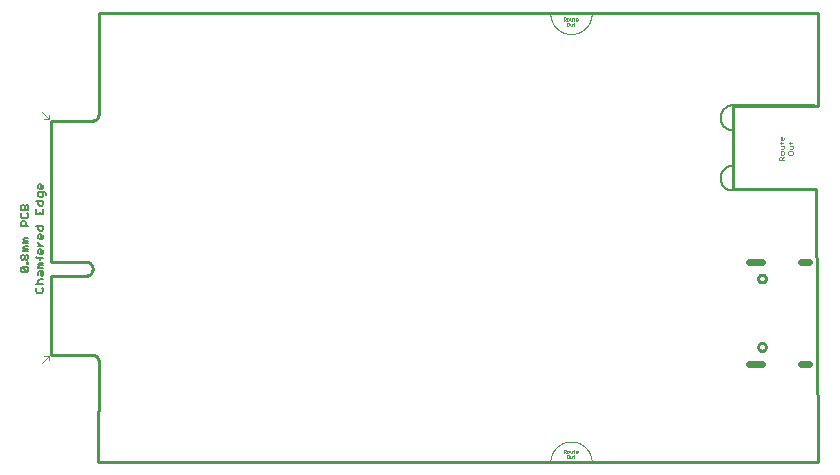
<source format=gko>
G04 EAGLE Gerber RS-274X export*
G75*
%MOMM*%
%FSLAX34Y34*%
%LPD*%
%IN*%
%IPPOS*%
%AMOC8*
5,1,8,0,0,1.08239X$1,22.5*%
G01*
%ADD10C,0.203200*%
%ADD11C,0.000000*%
%ADD12C,0.600000*%
%ADD13C,0.152400*%
%ADD14C,0.076200*%
%ADD15C,0.127000*%
%ADD16C,0.101600*%
%ADD17C,0.050800*%
%ADD18C,0.025400*%
%ADD19C,0.254000*%


D10*
X0Y91250D02*
X0Y158250D01*
X0Y170250D02*
X0Y289750D01*
X35000Y289750D01*
X35000Y91250D02*
X0Y91250D01*
X35000Y91250D02*
X35140Y91246D01*
X35280Y91237D01*
X35420Y91225D01*
X35559Y91209D01*
X35698Y91189D01*
X35836Y91166D01*
X35974Y91138D01*
X36110Y91107D01*
X36246Y91072D01*
X36381Y91033D01*
X36515Y90991D01*
X36647Y90945D01*
X36778Y90895D01*
X36908Y90842D01*
X37036Y90785D01*
X37163Y90725D01*
X37288Y90662D01*
X37411Y90594D01*
X37532Y90524D01*
X37651Y90450D01*
X37769Y90373D01*
X37884Y90293D01*
X37996Y90210D01*
X38107Y90123D01*
X38215Y90034D01*
X38320Y89942D01*
X38423Y89847D01*
X38524Y89749D01*
X38621Y89648D01*
X38716Y89545D01*
X38808Y89439D01*
X38897Y89330D01*
X38983Y89220D01*
X39066Y89107D01*
X39146Y88991D01*
X39222Y88874D01*
X39296Y88754D01*
X39366Y88633D01*
X39432Y88509D01*
X39495Y88384D01*
X39555Y88257D01*
X39611Y88129D01*
X39664Y87999D01*
X39713Y87868D01*
X39759Y87735D01*
X39801Y87601D01*
X39839Y87466D01*
X39873Y87330D01*
X39904Y87194D01*
X39931Y87056D01*
X39954Y86918D01*
X39973Y86779D01*
X39989Y86639D01*
X40001Y86500D01*
X35000Y289750D02*
X35142Y289756D01*
X35285Y289766D01*
X35426Y289780D01*
X35568Y289798D01*
X35709Y289819D01*
X35849Y289845D01*
X35988Y289874D01*
X36127Y289907D01*
X36264Y289944D01*
X36401Y289985D01*
X36536Y290030D01*
X36670Y290078D01*
X36803Y290130D01*
X36934Y290186D01*
X37064Y290245D01*
X37192Y290308D01*
X37318Y290374D01*
X37442Y290444D01*
X37564Y290517D01*
X37684Y290593D01*
X37802Y290673D01*
X37918Y290756D01*
X38032Y290842D01*
X38143Y290931D01*
X38251Y291024D01*
X38357Y291119D01*
X38461Y291217D01*
X38561Y291318D01*
X38659Y291422D01*
X38754Y291528D01*
X38846Y291637D01*
X38934Y291748D01*
X39020Y291862D01*
X39103Y291978D01*
X39182Y292097D01*
X39258Y292217D01*
X39331Y292340D01*
X39400Y292464D01*
X39466Y292591D01*
X39528Y292719D01*
X39587Y292849D01*
X39642Y292980D01*
X39693Y293113D01*
X39741Y293247D01*
X39785Y293383D01*
X39825Y293519D01*
X39862Y293657D01*
X39894Y293796D01*
X39923Y293935D01*
X39948Y294076D01*
X39969Y294216D01*
X39986Y294358D01*
X40000Y294500D01*
X29000Y158250D02*
X0Y158250D01*
X0Y170250D02*
X29000Y170250D01*
X29153Y170248D01*
X29306Y170242D01*
X29459Y170232D01*
X29612Y170219D01*
X29764Y170201D01*
X29916Y170180D01*
X30067Y170154D01*
X30217Y170125D01*
X30367Y170092D01*
X30516Y170055D01*
X30664Y170015D01*
X30810Y169970D01*
X30956Y169922D01*
X31100Y169870D01*
X31243Y169815D01*
X31384Y169756D01*
X31524Y169693D01*
X31662Y169627D01*
X31799Y169557D01*
X31933Y169484D01*
X32066Y169407D01*
X32197Y169327D01*
X32325Y169244D01*
X32452Y169158D01*
X32576Y169068D01*
X32698Y168975D01*
X32817Y168879D01*
X32934Y168780D01*
X33049Y168678D01*
X33161Y168573D01*
X33270Y168465D01*
X33376Y168355D01*
X33479Y168242D01*
X33580Y168126D01*
X33677Y168008D01*
X33772Y167887D01*
X33863Y167764D01*
X33951Y167639D01*
X34036Y167511D01*
X34118Y167382D01*
X34196Y167250D01*
X34271Y167116D01*
X34343Y166981D01*
X34411Y166843D01*
X34475Y166704D01*
X34536Y166564D01*
X34593Y166422D01*
X34647Y166278D01*
X34697Y166133D01*
X34743Y165987D01*
X34786Y165840D01*
X34824Y165692D01*
X34859Y165542D01*
X34890Y165392D01*
X34918Y165242D01*
X34941Y165090D01*
X34960Y164938D01*
X34976Y164786D01*
X34988Y164633D01*
X34996Y164480D01*
X35000Y164327D01*
X35000Y164173D01*
X34996Y164020D01*
X34988Y163867D01*
X34976Y163714D01*
X34960Y163562D01*
X34941Y163410D01*
X34918Y163258D01*
X34890Y163108D01*
X34859Y162958D01*
X34824Y162808D01*
X34786Y162660D01*
X34743Y162513D01*
X34697Y162367D01*
X34647Y162222D01*
X34593Y162078D01*
X34536Y161936D01*
X34475Y161796D01*
X34411Y161657D01*
X34343Y161519D01*
X34271Y161384D01*
X34196Y161250D01*
X34118Y161118D01*
X34036Y160989D01*
X33951Y160861D01*
X33863Y160736D01*
X33772Y160613D01*
X33677Y160492D01*
X33580Y160374D01*
X33479Y160258D01*
X33376Y160145D01*
X33270Y160035D01*
X33161Y159927D01*
X33049Y159822D01*
X32934Y159720D01*
X32817Y159621D01*
X32698Y159525D01*
X32576Y159432D01*
X32452Y159342D01*
X32325Y159256D01*
X32197Y159173D01*
X32066Y159093D01*
X31933Y159016D01*
X31799Y158943D01*
X31662Y158873D01*
X31524Y158807D01*
X31384Y158744D01*
X31243Y158685D01*
X31100Y158630D01*
X30956Y158578D01*
X30810Y158530D01*
X30664Y158485D01*
X30516Y158445D01*
X30367Y158408D01*
X30217Y158375D01*
X30067Y158346D01*
X29916Y158320D01*
X29764Y158299D01*
X29612Y158281D01*
X29459Y158268D01*
X29306Y158258D01*
X29153Y158252D01*
X29000Y158250D01*
X40000Y294500D02*
X40000Y381000D01*
X649478Y381000D01*
X40000Y86500D02*
X39746Y508D01*
X649224Y508D01*
X649478Y302260D02*
X577088Y302260D01*
X577088Y231394D01*
X647700Y231394D01*
X649478Y302260D02*
X649478Y381000D01*
X647700Y231394D02*
X649224Y508D01*
D11*
X598448Y98100D02*
X598450Y98213D01*
X598456Y98327D01*
X598466Y98440D01*
X598480Y98552D01*
X598497Y98664D01*
X598519Y98776D01*
X598545Y98886D01*
X598574Y98996D01*
X598607Y99104D01*
X598644Y99212D01*
X598685Y99317D01*
X598729Y99422D01*
X598777Y99525D01*
X598828Y99626D01*
X598883Y99725D01*
X598942Y99822D01*
X599004Y99917D01*
X599069Y100010D01*
X599137Y100101D01*
X599208Y100189D01*
X599283Y100275D01*
X599360Y100358D01*
X599440Y100438D01*
X599523Y100515D01*
X599609Y100590D01*
X599697Y100661D01*
X599788Y100729D01*
X599881Y100794D01*
X599976Y100856D01*
X600073Y100915D01*
X600172Y100970D01*
X600273Y101021D01*
X600376Y101069D01*
X600481Y101113D01*
X600586Y101154D01*
X600694Y101191D01*
X600802Y101224D01*
X600912Y101253D01*
X601022Y101279D01*
X601134Y101301D01*
X601246Y101318D01*
X601358Y101332D01*
X601471Y101342D01*
X601585Y101348D01*
X601698Y101350D01*
X601811Y101348D01*
X601925Y101342D01*
X602038Y101332D01*
X602150Y101318D01*
X602262Y101301D01*
X602374Y101279D01*
X602484Y101253D01*
X602594Y101224D01*
X602702Y101191D01*
X602810Y101154D01*
X602915Y101113D01*
X603020Y101069D01*
X603123Y101021D01*
X603224Y100970D01*
X603323Y100915D01*
X603420Y100856D01*
X603515Y100794D01*
X603608Y100729D01*
X603699Y100661D01*
X603787Y100590D01*
X603873Y100515D01*
X603956Y100438D01*
X604036Y100358D01*
X604113Y100275D01*
X604188Y100189D01*
X604259Y100101D01*
X604327Y100010D01*
X604392Y99917D01*
X604454Y99822D01*
X604513Y99725D01*
X604568Y99626D01*
X604619Y99525D01*
X604667Y99422D01*
X604711Y99317D01*
X604752Y99212D01*
X604789Y99104D01*
X604822Y98996D01*
X604851Y98886D01*
X604877Y98776D01*
X604899Y98664D01*
X604916Y98552D01*
X604930Y98440D01*
X604940Y98327D01*
X604946Y98213D01*
X604948Y98100D01*
X604946Y97987D01*
X604940Y97873D01*
X604930Y97760D01*
X604916Y97648D01*
X604899Y97536D01*
X604877Y97424D01*
X604851Y97314D01*
X604822Y97204D01*
X604789Y97096D01*
X604752Y96988D01*
X604711Y96883D01*
X604667Y96778D01*
X604619Y96675D01*
X604568Y96574D01*
X604513Y96475D01*
X604454Y96378D01*
X604392Y96283D01*
X604327Y96190D01*
X604259Y96099D01*
X604188Y96011D01*
X604113Y95925D01*
X604036Y95842D01*
X603956Y95762D01*
X603873Y95685D01*
X603787Y95610D01*
X603699Y95539D01*
X603608Y95471D01*
X603515Y95406D01*
X603420Y95344D01*
X603323Y95285D01*
X603224Y95230D01*
X603123Y95179D01*
X603020Y95131D01*
X602915Y95087D01*
X602810Y95046D01*
X602702Y95009D01*
X602594Y94976D01*
X602484Y94947D01*
X602374Y94921D01*
X602262Y94899D01*
X602150Y94882D01*
X602038Y94868D01*
X601925Y94858D01*
X601811Y94852D01*
X601698Y94850D01*
X601585Y94852D01*
X601471Y94858D01*
X601358Y94868D01*
X601246Y94882D01*
X601134Y94899D01*
X601022Y94921D01*
X600912Y94947D01*
X600802Y94976D01*
X600694Y95009D01*
X600586Y95046D01*
X600481Y95087D01*
X600376Y95131D01*
X600273Y95179D01*
X600172Y95230D01*
X600073Y95285D01*
X599976Y95344D01*
X599881Y95406D01*
X599788Y95471D01*
X599697Y95539D01*
X599609Y95610D01*
X599523Y95685D01*
X599440Y95762D01*
X599360Y95842D01*
X599283Y95925D01*
X599208Y96011D01*
X599137Y96099D01*
X599069Y96190D01*
X599004Y96283D01*
X598942Y96378D01*
X598883Y96475D01*
X598828Y96574D01*
X598777Y96675D01*
X598729Y96778D01*
X598685Y96883D01*
X598644Y96988D01*
X598607Y97096D01*
X598574Y97204D01*
X598545Y97314D01*
X598519Y97424D01*
X598497Y97536D01*
X598480Y97648D01*
X598466Y97760D01*
X598456Y97873D01*
X598450Y97987D01*
X598448Y98100D01*
X598448Y155900D02*
X598450Y156013D01*
X598456Y156127D01*
X598466Y156240D01*
X598480Y156352D01*
X598497Y156464D01*
X598519Y156576D01*
X598545Y156686D01*
X598574Y156796D01*
X598607Y156904D01*
X598644Y157012D01*
X598685Y157117D01*
X598729Y157222D01*
X598777Y157325D01*
X598828Y157426D01*
X598883Y157525D01*
X598942Y157622D01*
X599004Y157717D01*
X599069Y157810D01*
X599137Y157901D01*
X599208Y157989D01*
X599283Y158075D01*
X599360Y158158D01*
X599440Y158238D01*
X599523Y158315D01*
X599609Y158390D01*
X599697Y158461D01*
X599788Y158529D01*
X599881Y158594D01*
X599976Y158656D01*
X600073Y158715D01*
X600172Y158770D01*
X600273Y158821D01*
X600376Y158869D01*
X600481Y158913D01*
X600586Y158954D01*
X600694Y158991D01*
X600802Y159024D01*
X600912Y159053D01*
X601022Y159079D01*
X601134Y159101D01*
X601246Y159118D01*
X601358Y159132D01*
X601471Y159142D01*
X601585Y159148D01*
X601698Y159150D01*
X601811Y159148D01*
X601925Y159142D01*
X602038Y159132D01*
X602150Y159118D01*
X602262Y159101D01*
X602374Y159079D01*
X602484Y159053D01*
X602594Y159024D01*
X602702Y158991D01*
X602810Y158954D01*
X602915Y158913D01*
X603020Y158869D01*
X603123Y158821D01*
X603224Y158770D01*
X603323Y158715D01*
X603420Y158656D01*
X603515Y158594D01*
X603608Y158529D01*
X603699Y158461D01*
X603787Y158390D01*
X603873Y158315D01*
X603956Y158238D01*
X604036Y158158D01*
X604113Y158075D01*
X604188Y157989D01*
X604259Y157901D01*
X604327Y157810D01*
X604392Y157717D01*
X604454Y157622D01*
X604513Y157525D01*
X604568Y157426D01*
X604619Y157325D01*
X604667Y157222D01*
X604711Y157117D01*
X604752Y157012D01*
X604789Y156904D01*
X604822Y156796D01*
X604851Y156686D01*
X604877Y156576D01*
X604899Y156464D01*
X604916Y156352D01*
X604930Y156240D01*
X604940Y156127D01*
X604946Y156013D01*
X604948Y155900D01*
X604946Y155787D01*
X604940Y155673D01*
X604930Y155560D01*
X604916Y155448D01*
X604899Y155336D01*
X604877Y155224D01*
X604851Y155114D01*
X604822Y155004D01*
X604789Y154896D01*
X604752Y154788D01*
X604711Y154683D01*
X604667Y154578D01*
X604619Y154475D01*
X604568Y154374D01*
X604513Y154275D01*
X604454Y154178D01*
X604392Y154083D01*
X604327Y153990D01*
X604259Y153899D01*
X604188Y153811D01*
X604113Y153725D01*
X604036Y153642D01*
X603956Y153562D01*
X603873Y153485D01*
X603787Y153410D01*
X603699Y153339D01*
X603608Y153271D01*
X603515Y153206D01*
X603420Y153144D01*
X603323Y153085D01*
X603224Y153030D01*
X603123Y152979D01*
X603020Y152931D01*
X602915Y152887D01*
X602810Y152846D01*
X602702Y152809D01*
X602594Y152776D01*
X602484Y152747D01*
X602374Y152721D01*
X602262Y152699D01*
X602150Y152682D01*
X602038Y152668D01*
X601925Y152658D01*
X601811Y152652D01*
X601698Y152650D01*
X601585Y152652D01*
X601471Y152658D01*
X601358Y152668D01*
X601246Y152682D01*
X601134Y152699D01*
X601022Y152721D01*
X600912Y152747D01*
X600802Y152776D01*
X600694Y152809D01*
X600586Y152846D01*
X600481Y152887D01*
X600376Y152931D01*
X600273Y152979D01*
X600172Y153030D01*
X600073Y153085D01*
X599976Y153144D01*
X599881Y153206D01*
X599788Y153271D01*
X599697Y153339D01*
X599609Y153410D01*
X599523Y153485D01*
X599440Y153562D01*
X599360Y153642D01*
X599283Y153725D01*
X599208Y153811D01*
X599137Y153899D01*
X599069Y153990D01*
X599004Y154083D01*
X598942Y154178D01*
X598883Y154275D01*
X598828Y154374D01*
X598777Y154475D01*
X598729Y154578D01*
X598685Y154683D01*
X598644Y154788D01*
X598607Y154896D01*
X598574Y155004D01*
X598545Y155114D01*
X598519Y155224D01*
X598497Y155336D01*
X598480Y155448D01*
X598466Y155560D01*
X598456Y155673D01*
X598450Y155787D01*
X598448Y155900D01*
D12*
X601898Y83820D02*
X590898Y83820D01*
X590898Y170180D02*
X601898Y170180D01*
X635048Y83820D02*
X641248Y83820D01*
X641248Y170180D02*
X635048Y170180D01*
D13*
X646884Y302700D02*
X576884Y302700D01*
X576642Y302697D01*
X576401Y302688D01*
X576160Y302674D01*
X575919Y302653D01*
X575679Y302627D01*
X575439Y302595D01*
X575200Y302557D01*
X574963Y302514D01*
X574726Y302464D01*
X574491Y302409D01*
X574257Y302349D01*
X574025Y302282D01*
X573794Y302211D01*
X573565Y302133D01*
X573338Y302050D01*
X573113Y301962D01*
X572890Y301868D01*
X572670Y301769D01*
X572452Y301664D01*
X572237Y301555D01*
X572024Y301440D01*
X571814Y301320D01*
X571608Y301195D01*
X571404Y301065D01*
X571203Y300930D01*
X571006Y300790D01*
X570812Y300646D01*
X570622Y300497D01*
X570436Y300343D01*
X570253Y300185D01*
X570074Y300023D01*
X569899Y299856D01*
X569728Y299685D01*
X569561Y299510D01*
X569399Y299331D01*
X569241Y299148D01*
X569087Y298962D01*
X568938Y298772D01*
X568794Y298578D01*
X568654Y298381D01*
X568519Y298180D01*
X568389Y297976D01*
X568264Y297770D01*
X568144Y297560D01*
X568029Y297347D01*
X567920Y297132D01*
X567815Y296914D01*
X567716Y296694D01*
X567622Y296471D01*
X567534Y296246D01*
X567451Y296019D01*
X567373Y295790D01*
X567302Y295559D01*
X567235Y295327D01*
X567175Y295093D01*
X567120Y294858D01*
X567070Y294621D01*
X567027Y294384D01*
X566989Y294145D01*
X566957Y293905D01*
X566931Y293665D01*
X566910Y293424D01*
X566896Y293183D01*
X566887Y292942D01*
X566884Y292700D01*
X566884Y291700D01*
X566887Y291458D01*
X566896Y291217D01*
X566910Y290976D01*
X566931Y290735D01*
X566957Y290495D01*
X566989Y290255D01*
X567027Y290016D01*
X567070Y289779D01*
X567120Y289542D01*
X567175Y289307D01*
X567235Y289073D01*
X567302Y288841D01*
X567373Y288610D01*
X567451Y288381D01*
X567534Y288154D01*
X567622Y287929D01*
X567716Y287706D01*
X567815Y287486D01*
X567920Y287268D01*
X568029Y287053D01*
X568144Y286840D01*
X568264Y286630D01*
X568389Y286424D01*
X568519Y286220D01*
X568654Y286019D01*
X568794Y285822D01*
X568938Y285628D01*
X569087Y285438D01*
X569241Y285252D01*
X569399Y285069D01*
X569561Y284890D01*
X569728Y284715D01*
X569899Y284544D01*
X570074Y284377D01*
X570253Y284215D01*
X570436Y284057D01*
X570622Y283903D01*
X570812Y283754D01*
X571006Y283610D01*
X571203Y283470D01*
X571404Y283335D01*
X571608Y283205D01*
X571814Y283080D01*
X572024Y282960D01*
X572237Y282845D01*
X572452Y282736D01*
X572670Y282631D01*
X572890Y282532D01*
X573113Y282438D01*
X573338Y282350D01*
X573565Y282267D01*
X573794Y282189D01*
X574025Y282118D01*
X574257Y282051D01*
X574491Y281991D01*
X574726Y281936D01*
X574963Y281886D01*
X575200Y281843D01*
X575439Y281805D01*
X575679Y281773D01*
X575919Y281747D01*
X576160Y281726D01*
X576401Y281712D01*
X576642Y281703D01*
X576884Y281700D01*
X576884Y251700D01*
X576884Y230700D02*
X646884Y230700D01*
D14*
X620333Y256339D02*
X616091Y256339D01*
X616091Y258459D01*
X616798Y259166D01*
X618212Y259166D01*
X618919Y258459D01*
X618919Y256339D01*
X618919Y257752D02*
X620333Y259166D01*
X620333Y261649D02*
X620333Y263063D01*
X619626Y263770D01*
X618212Y263770D01*
X617505Y263063D01*
X617505Y261649D01*
X618212Y260942D01*
X619626Y260942D01*
X620333Y261649D01*
X619626Y265546D02*
X617505Y265546D01*
X619626Y265546D02*
X620333Y266253D01*
X620333Y268374D01*
X617505Y268374D01*
X616798Y270857D02*
X619626Y270857D01*
X620333Y271564D01*
X617505Y271564D02*
X617505Y270150D01*
X620333Y273926D02*
X620333Y275340D01*
X620333Y273926D02*
X619626Y273220D01*
X618212Y273220D01*
X617505Y273926D01*
X617505Y275340D01*
X618212Y276047D01*
X618919Y276047D01*
X618919Y273220D01*
X623591Y263063D02*
X623591Y261649D01*
X624298Y260942D01*
X627126Y260942D01*
X627833Y261649D01*
X627833Y263063D01*
X627126Y263770D01*
X624298Y263770D01*
X623591Y263063D01*
X625005Y265546D02*
X627126Y265546D01*
X627833Y266253D01*
X627833Y268374D01*
X625005Y268374D01*
X624298Y270857D02*
X627126Y270857D01*
X627833Y271564D01*
X625005Y271564D02*
X625005Y270150D01*
D13*
X576684Y230700D02*
X576447Y230703D01*
X576211Y230711D01*
X575974Y230726D01*
X575738Y230746D01*
X575503Y230771D01*
X575268Y230803D01*
X575034Y230840D01*
X574801Y230883D01*
X574569Y230931D01*
X574339Y230985D01*
X574109Y231044D01*
X573882Y231109D01*
X573656Y231180D01*
X573431Y231256D01*
X573209Y231337D01*
X572988Y231423D01*
X572770Y231515D01*
X572554Y231613D01*
X572341Y231715D01*
X572130Y231823D01*
X571921Y231935D01*
X571716Y232053D01*
X571513Y232175D01*
X571313Y232303D01*
X571117Y232435D01*
X570924Y232572D01*
X570734Y232713D01*
X570547Y232859D01*
X570365Y233010D01*
X570185Y233165D01*
X570010Y233324D01*
X569839Y233487D01*
X569671Y233655D01*
X569508Y233826D01*
X569349Y234001D01*
X569194Y234181D01*
X569043Y234363D01*
X568897Y234550D01*
X568756Y234740D01*
X568619Y234933D01*
X568487Y235129D01*
X568359Y235329D01*
X568237Y235532D01*
X568119Y235737D01*
X568007Y235946D01*
X567899Y236157D01*
X567797Y236370D01*
X567699Y236586D01*
X567607Y236804D01*
X567521Y237025D01*
X567440Y237247D01*
X567364Y237472D01*
X567293Y237698D01*
X567228Y237925D01*
X567169Y238155D01*
X567115Y238385D01*
X567067Y238617D01*
X567024Y238850D01*
X566987Y239084D01*
X566955Y239319D01*
X566930Y239554D01*
X566910Y239790D01*
X566895Y240027D01*
X566887Y240263D01*
X566884Y240500D01*
X566884Y241700D01*
X566887Y241942D01*
X566896Y242183D01*
X566910Y242424D01*
X566931Y242665D01*
X566957Y242905D01*
X566989Y243145D01*
X567027Y243384D01*
X567070Y243621D01*
X567120Y243858D01*
X567175Y244093D01*
X567235Y244327D01*
X567302Y244559D01*
X567373Y244790D01*
X567451Y245019D01*
X567534Y245246D01*
X567622Y245471D01*
X567716Y245694D01*
X567815Y245914D01*
X567920Y246132D01*
X568029Y246347D01*
X568144Y246560D01*
X568264Y246770D01*
X568389Y246976D01*
X568519Y247180D01*
X568654Y247381D01*
X568794Y247578D01*
X568938Y247772D01*
X569087Y247962D01*
X569241Y248148D01*
X569399Y248331D01*
X569561Y248510D01*
X569728Y248685D01*
X569899Y248856D01*
X570074Y249023D01*
X570253Y249185D01*
X570436Y249343D01*
X570622Y249497D01*
X570812Y249646D01*
X571006Y249790D01*
X571203Y249930D01*
X571404Y250065D01*
X571608Y250195D01*
X571814Y250320D01*
X572024Y250440D01*
X572237Y250555D01*
X572452Y250664D01*
X572670Y250769D01*
X572890Y250868D01*
X573113Y250962D01*
X573338Y251050D01*
X573565Y251133D01*
X573794Y251211D01*
X574025Y251282D01*
X574257Y251349D01*
X574491Y251409D01*
X574726Y251464D01*
X574963Y251514D01*
X575200Y251557D01*
X575439Y251595D01*
X575679Y251627D01*
X575919Y251653D01*
X576160Y251674D01*
X576401Y251688D01*
X576642Y251697D01*
X576884Y251700D01*
D15*
X-12121Y148211D02*
X-13180Y147152D01*
X-13180Y145034D01*
X-12121Y143974D01*
X-7884Y143974D01*
X-6825Y145034D01*
X-6825Y147152D01*
X-7884Y148211D01*
X-6825Y150991D02*
X-13180Y150991D01*
X-11062Y152050D02*
X-10003Y150991D01*
X-11062Y152050D02*
X-11062Y154168D01*
X-10003Y155228D01*
X-6825Y155228D01*
X-11062Y159066D02*
X-11062Y161185D01*
X-10003Y162244D01*
X-6825Y162244D01*
X-6825Y159066D01*
X-7884Y158007D01*
X-8943Y159066D01*
X-8943Y162244D01*
X-6825Y165023D02*
X-11062Y165023D01*
X-11062Y166083D01*
X-10003Y167142D01*
X-6825Y167142D01*
X-10003Y167142D02*
X-11062Y168201D01*
X-10003Y169260D01*
X-6825Y169260D01*
X-6825Y173099D02*
X-12121Y173099D01*
X-13180Y174158D01*
X-10003Y174158D02*
X-10003Y172040D01*
X-6825Y177777D02*
X-6825Y179895D01*
X-6825Y177777D02*
X-7884Y176717D01*
X-10003Y176717D01*
X-11062Y177777D01*
X-11062Y179895D01*
X-10003Y180954D01*
X-8943Y180954D01*
X-8943Y176717D01*
X-6825Y183734D02*
X-11062Y183734D01*
X-11062Y185852D02*
X-8943Y183734D01*
X-11062Y185852D02*
X-11062Y186912D01*
X-6825Y190640D02*
X-6825Y192758D01*
X-6825Y190640D02*
X-7884Y189581D01*
X-10003Y189581D01*
X-11062Y190640D01*
X-11062Y192758D01*
X-10003Y193818D01*
X-8943Y193818D01*
X-8943Y189581D01*
X-6825Y200834D02*
X-13180Y200834D01*
X-6825Y200834D02*
X-6825Y197656D01*
X-7884Y196597D01*
X-10003Y196597D01*
X-11062Y197656D01*
X-11062Y200834D01*
X-13180Y210630D02*
X-13180Y214867D01*
X-13180Y210630D02*
X-6825Y210630D01*
X-6825Y214867D01*
X-10003Y212748D02*
X-10003Y210630D01*
X-13180Y221883D02*
X-6825Y221883D01*
X-6825Y218706D01*
X-7884Y217646D01*
X-10003Y217646D01*
X-11062Y218706D01*
X-11062Y221883D01*
X-4707Y226781D02*
X-4707Y227840D01*
X-5766Y228900D01*
X-11062Y228900D01*
X-11062Y225722D01*
X-10003Y224663D01*
X-7884Y224663D01*
X-6825Y225722D01*
X-6825Y228900D01*
X-6825Y232738D02*
X-6825Y234857D01*
X-6825Y232738D02*
X-7884Y231679D01*
X-10003Y231679D01*
X-11062Y232738D01*
X-11062Y234857D01*
X-10003Y235916D01*
X-8943Y235916D01*
X-8943Y231679D01*
D16*
X-2000Y90700D02*
X-8000Y84700D01*
X-6000Y90700D02*
X-2000Y90700D01*
X-2000Y86700D01*
X-2000Y290700D02*
X-8000Y296700D01*
X-2000Y294700D02*
X-2000Y290700D01*
X-6000Y290700D01*
D15*
X-20584Y161515D02*
X-24821Y161515D01*
X-25880Y162575D01*
X-25880Y164693D01*
X-24821Y165752D01*
X-20584Y165752D01*
X-19525Y164693D01*
X-19525Y162575D01*
X-20584Y161515D01*
X-24821Y165752D01*
X-20584Y168532D02*
X-19525Y168532D01*
X-20584Y168532D02*
X-20584Y169591D01*
X-19525Y169591D01*
X-19525Y168532D01*
X-24821Y172040D02*
X-25880Y173099D01*
X-25880Y175218D01*
X-24821Y176277D01*
X-23762Y176277D01*
X-22703Y175218D01*
X-21643Y176277D01*
X-20584Y176277D01*
X-19525Y175218D01*
X-19525Y173099D01*
X-20584Y172040D01*
X-21643Y172040D01*
X-22703Y173099D01*
X-23762Y172040D01*
X-24821Y172040D01*
X-22703Y173099D02*
X-22703Y175218D01*
X-23762Y179056D02*
X-19525Y179056D01*
X-23762Y179056D02*
X-23762Y180116D01*
X-22703Y181175D01*
X-19525Y181175D01*
X-22703Y181175D02*
X-23762Y182234D01*
X-22703Y183293D01*
X-19525Y183293D01*
X-19525Y186073D02*
X-23762Y186073D01*
X-23762Y187132D01*
X-22703Y188191D01*
X-19525Y188191D01*
X-22703Y188191D02*
X-23762Y189250D01*
X-22703Y190310D01*
X-19525Y190310D01*
X-19525Y200105D02*
X-25880Y200105D01*
X-25880Y203283D01*
X-24821Y204342D01*
X-22703Y204342D01*
X-21643Y203283D01*
X-21643Y200105D01*
X-25880Y210299D02*
X-24821Y211359D01*
X-25880Y210299D02*
X-25880Y208181D01*
X-24821Y207122D01*
X-20584Y207122D01*
X-19525Y208181D01*
X-19525Y210299D01*
X-20584Y211359D01*
X-19525Y214138D02*
X-25880Y214138D01*
X-25880Y217316D01*
X-24821Y218375D01*
X-23762Y218375D01*
X-22703Y217316D01*
X-21643Y218375D01*
X-20584Y218375D01*
X-19525Y217316D01*
X-19525Y214138D01*
X-22703Y214138D02*
X-22703Y217316D01*
D17*
X422500Y500D02*
X422505Y926D01*
X422521Y1352D01*
X422547Y1777D01*
X422583Y2202D01*
X422630Y2626D01*
X422686Y3048D01*
X422754Y3469D01*
X422831Y3888D01*
X422919Y4305D01*
X423016Y4720D01*
X423124Y5132D01*
X423242Y5542D01*
X423370Y5948D01*
X423507Y6352D01*
X423655Y6752D01*
X423812Y7148D01*
X423978Y7540D01*
X424155Y7928D01*
X424340Y8312D01*
X424535Y8691D01*
X424739Y9065D01*
X424952Y9434D01*
X425174Y9798D01*
X425405Y10156D01*
X425644Y10508D01*
X425892Y10855D01*
X426149Y11196D01*
X426413Y11530D01*
X426686Y11857D01*
X426966Y12178D01*
X427255Y12492D01*
X427551Y12799D01*
X427854Y13098D01*
X428164Y13390D01*
X428481Y13675D01*
X428806Y13951D01*
X429137Y14220D01*
X429474Y14480D01*
X429817Y14733D01*
X430167Y14976D01*
X430522Y15211D01*
X430884Y15438D01*
X431250Y15655D01*
X431622Y15864D01*
X431998Y16063D01*
X432380Y16254D01*
X432765Y16435D01*
X433156Y16606D01*
X433550Y16768D01*
X433948Y16920D01*
X434350Y17063D01*
X434755Y17195D01*
X435163Y17318D01*
X435574Y17431D01*
X435987Y17534D01*
X436403Y17626D01*
X436821Y17709D01*
X437241Y17781D01*
X437663Y17843D01*
X438086Y17895D01*
X438510Y17936D01*
X438935Y17968D01*
X439361Y17988D01*
X439787Y17999D01*
X440213Y17999D01*
X440639Y17988D01*
X441065Y17968D01*
X441490Y17936D01*
X441914Y17895D01*
X442337Y17843D01*
X442759Y17781D01*
X443179Y17709D01*
X443597Y17626D01*
X444013Y17534D01*
X444426Y17431D01*
X444837Y17318D01*
X445245Y17195D01*
X445650Y17063D01*
X446052Y16920D01*
X446450Y16768D01*
X446844Y16606D01*
X447235Y16435D01*
X447620Y16254D01*
X448002Y16063D01*
X448378Y15864D01*
X448750Y15655D01*
X449116Y15438D01*
X449478Y15211D01*
X449833Y14976D01*
X450183Y14733D01*
X450526Y14480D01*
X450863Y14220D01*
X451194Y13951D01*
X451519Y13675D01*
X451836Y13390D01*
X452146Y13098D01*
X452449Y12799D01*
X452745Y12492D01*
X453034Y12178D01*
X453314Y11857D01*
X453587Y11530D01*
X453851Y11196D01*
X454108Y10855D01*
X454356Y10508D01*
X454595Y10156D01*
X454826Y9798D01*
X455048Y9434D01*
X455261Y9065D01*
X455465Y8691D01*
X455660Y8312D01*
X455845Y7928D01*
X456022Y7540D01*
X456188Y7148D01*
X456345Y6752D01*
X456493Y6352D01*
X456630Y5948D01*
X456758Y5542D01*
X456876Y5132D01*
X456984Y4720D01*
X457081Y4305D01*
X457169Y3888D01*
X457246Y3469D01*
X457314Y3048D01*
X457370Y2626D01*
X457417Y2202D01*
X457453Y1777D01*
X457479Y1352D01*
X457495Y926D01*
X457500Y500D01*
D18*
X433682Y8377D02*
X433682Y11125D01*
X435056Y11125D01*
X435514Y10667D01*
X435514Y9751D01*
X435056Y9293D01*
X433682Y9293D01*
X434598Y9293D02*
X435514Y8377D01*
X436902Y8377D02*
X437818Y8377D01*
X438276Y8835D01*
X438276Y9751D01*
X437818Y10209D01*
X436902Y10209D01*
X436444Y9751D01*
X436444Y8835D01*
X436902Y8377D01*
X439206Y8835D02*
X439206Y10209D01*
X439206Y8835D02*
X439664Y8377D01*
X441038Y8377D01*
X441038Y10209D01*
X442427Y10667D02*
X442427Y8835D01*
X442885Y8377D01*
X442885Y10209D02*
X441969Y10209D01*
X444268Y8377D02*
X445184Y8377D01*
X444268Y8377D02*
X443810Y8835D01*
X443810Y9751D01*
X444268Y10209D01*
X445184Y10209D01*
X445642Y9751D01*
X445642Y9293D01*
X443810Y9293D01*
X437818Y6625D02*
X436902Y6625D01*
X436444Y6167D01*
X436444Y4335D01*
X436902Y3877D01*
X437818Y3877D01*
X438276Y4335D01*
X438276Y6167D01*
X437818Y6625D01*
X439206Y5709D02*
X439206Y4335D01*
X439664Y3877D01*
X441038Y3877D01*
X441038Y5709D01*
X442427Y6167D02*
X442427Y4335D01*
X442885Y3877D01*
X442885Y5709D02*
X441969Y5709D01*
D17*
X457500Y380500D02*
X457495Y380074D01*
X457479Y379648D01*
X457453Y379223D01*
X457417Y378798D01*
X457370Y378374D01*
X457314Y377952D01*
X457246Y377531D01*
X457169Y377112D01*
X457081Y376695D01*
X456984Y376280D01*
X456876Y375868D01*
X456758Y375458D01*
X456630Y375052D01*
X456493Y374648D01*
X456345Y374248D01*
X456188Y373852D01*
X456022Y373460D01*
X455845Y373072D01*
X455660Y372688D01*
X455465Y372309D01*
X455261Y371935D01*
X455048Y371566D01*
X454826Y371202D01*
X454595Y370844D01*
X454356Y370492D01*
X454108Y370145D01*
X453851Y369804D01*
X453587Y369470D01*
X453314Y369143D01*
X453034Y368822D01*
X452745Y368508D01*
X452449Y368201D01*
X452146Y367902D01*
X451836Y367610D01*
X451519Y367325D01*
X451194Y367049D01*
X450863Y366780D01*
X450526Y366520D01*
X450183Y366267D01*
X449833Y366024D01*
X449478Y365789D01*
X449116Y365562D01*
X448750Y365345D01*
X448378Y365136D01*
X448002Y364937D01*
X447620Y364746D01*
X447235Y364565D01*
X446844Y364394D01*
X446450Y364232D01*
X446052Y364080D01*
X445650Y363937D01*
X445245Y363805D01*
X444837Y363682D01*
X444426Y363569D01*
X444013Y363466D01*
X443597Y363374D01*
X443179Y363291D01*
X442759Y363219D01*
X442337Y363157D01*
X441914Y363105D01*
X441490Y363064D01*
X441065Y363032D01*
X440639Y363012D01*
X440213Y363001D01*
X439787Y363001D01*
X439361Y363012D01*
X438935Y363032D01*
X438510Y363064D01*
X438086Y363105D01*
X437663Y363157D01*
X437241Y363219D01*
X436821Y363291D01*
X436403Y363374D01*
X435987Y363466D01*
X435574Y363569D01*
X435163Y363682D01*
X434755Y363805D01*
X434350Y363937D01*
X433948Y364080D01*
X433550Y364232D01*
X433156Y364394D01*
X432765Y364565D01*
X432380Y364746D01*
X431998Y364937D01*
X431622Y365136D01*
X431250Y365345D01*
X430884Y365562D01*
X430522Y365789D01*
X430167Y366024D01*
X429817Y366267D01*
X429474Y366520D01*
X429137Y366780D01*
X428806Y367049D01*
X428481Y367325D01*
X428164Y367610D01*
X427854Y367902D01*
X427551Y368201D01*
X427255Y368508D01*
X426966Y368822D01*
X426686Y369143D01*
X426413Y369470D01*
X426149Y369804D01*
X425892Y370145D01*
X425644Y370492D01*
X425405Y370844D01*
X425174Y371202D01*
X424952Y371566D01*
X424739Y371935D01*
X424535Y372309D01*
X424340Y372688D01*
X424155Y373072D01*
X423978Y373460D01*
X423812Y373852D01*
X423655Y374248D01*
X423507Y374648D01*
X423370Y375052D01*
X423242Y375458D01*
X423124Y375868D01*
X423016Y376280D01*
X422919Y376695D01*
X422831Y377112D01*
X422754Y377531D01*
X422686Y377952D01*
X422630Y378374D01*
X422583Y378798D01*
X422547Y379223D01*
X422521Y379648D01*
X422505Y380074D01*
X422500Y380500D01*
D18*
X433682Y377125D02*
X433682Y374377D01*
X433682Y377125D02*
X435056Y377125D01*
X435514Y376667D01*
X435514Y375751D01*
X435056Y375293D01*
X433682Y375293D01*
X434598Y375293D02*
X435514Y374377D01*
X436902Y374377D02*
X437818Y374377D01*
X438276Y374835D01*
X438276Y375751D01*
X437818Y376209D01*
X436902Y376209D01*
X436444Y375751D01*
X436444Y374835D01*
X436902Y374377D01*
X439206Y374835D02*
X439206Y376209D01*
X439206Y374835D02*
X439664Y374377D01*
X441038Y374377D01*
X441038Y376209D01*
X442427Y376667D02*
X442427Y374835D01*
X442885Y374377D01*
X442885Y376209D02*
X441969Y376209D01*
X444268Y374377D02*
X445184Y374377D01*
X444268Y374377D02*
X443810Y374835D01*
X443810Y375751D01*
X444268Y376209D01*
X445184Y376209D01*
X445642Y375751D01*
X445642Y375293D01*
X443810Y375293D01*
X437818Y372625D02*
X436902Y372625D01*
X436444Y372167D01*
X436444Y370335D01*
X436902Y369877D01*
X437818Y369877D01*
X438276Y370335D01*
X438276Y372167D01*
X437818Y372625D01*
X439206Y371709D02*
X439206Y370335D01*
X439664Y369877D01*
X441038Y369877D01*
X441038Y371709D01*
X442427Y372167D02*
X442427Y370335D01*
X442885Y369877D01*
X442885Y371709D02*
X441969Y371709D01*
D19*
X0Y91250D02*
X35000Y91250D01*
X35440Y91223D01*
X35881Y91157D01*
X36314Y91053D01*
X36736Y90912D01*
X37145Y90734D01*
X37536Y90521D01*
X37908Y90275D01*
X38256Y89998D01*
X38580Y89691D01*
X38875Y89358D01*
X39140Y88999D01*
X39372Y88620D01*
X39571Y88221D01*
X39734Y87806D01*
X39861Y87379D01*
X39950Y86943D01*
X40000Y86500D01*
X39746Y508D01*
X649224Y508D01*
X647700Y231394D01*
X577088Y231394D01*
X577088Y302260D01*
X649478Y302260D01*
X649478Y381000D01*
X40000Y381000D01*
X40000Y294500D01*
X39961Y294158D01*
X39876Y293716D01*
X39753Y293283D01*
X39592Y292862D01*
X39396Y292457D01*
X39165Y292070D01*
X38901Y291705D01*
X38606Y291365D01*
X38283Y291051D01*
X37933Y290767D01*
X37561Y290514D01*
X37167Y290295D01*
X36756Y290111D01*
X36331Y289964D01*
X35894Y289854D01*
X35449Y289782D01*
X35000Y289750D01*
X0Y289750D01*
X0Y170250D01*
X29000Y170250D01*
X29523Y170227D01*
X30042Y170159D01*
X30553Y170046D01*
X31052Y169888D01*
X31536Y169688D01*
X32000Y169446D01*
X32441Y169165D01*
X32857Y168846D01*
X33243Y168493D01*
X33596Y168107D01*
X33915Y167691D01*
X34196Y167250D01*
X34438Y166786D01*
X34638Y166302D01*
X34796Y165803D01*
X34909Y165292D01*
X34977Y164773D01*
X35000Y164250D01*
X34977Y163727D01*
X34909Y163208D01*
X34796Y162697D01*
X34638Y162198D01*
X34438Y161714D01*
X34196Y161250D01*
X33915Y160809D01*
X33596Y160393D01*
X33243Y160007D01*
X32857Y159654D01*
X32441Y159335D01*
X32000Y159054D01*
X31536Y158812D01*
X31052Y158612D01*
X30553Y158454D01*
X30042Y158341D01*
X29523Y158273D01*
X29000Y158250D01*
X0Y158250D01*
X0Y91250D01*
X601911Y101350D02*
X602333Y101294D01*
X602745Y101184D01*
X603139Y101021D01*
X603507Y100808D01*
X603845Y100549D01*
X604147Y100247D01*
X604406Y99909D01*
X604619Y99541D01*
X604782Y99147D01*
X604892Y98735D01*
X604948Y98313D01*
X604948Y97887D01*
X604892Y97465D01*
X604782Y97053D01*
X604619Y96659D01*
X604406Y96291D01*
X604147Y95953D01*
X603845Y95651D01*
X603507Y95392D01*
X603139Y95179D01*
X602745Y95016D01*
X602333Y94906D01*
X601911Y94850D01*
X601485Y94850D01*
X601063Y94906D01*
X600651Y95016D01*
X600257Y95179D01*
X599889Y95392D01*
X599551Y95651D01*
X599249Y95953D01*
X598990Y96291D01*
X598777Y96659D01*
X598614Y97053D01*
X598504Y97465D01*
X598448Y97887D01*
X598448Y98313D01*
X598504Y98735D01*
X598614Y99147D01*
X598777Y99541D01*
X598990Y99909D01*
X599249Y100247D01*
X599551Y100549D01*
X599889Y100808D01*
X600257Y101021D01*
X600651Y101184D01*
X601063Y101294D01*
X601485Y101350D01*
X601911Y101350D01*
X601911Y159150D02*
X602333Y159094D01*
X602745Y158984D01*
X603139Y158821D01*
X603507Y158608D01*
X603845Y158349D01*
X604147Y158047D01*
X604406Y157709D01*
X604619Y157341D01*
X604782Y156947D01*
X604892Y156535D01*
X604948Y156113D01*
X604948Y155687D01*
X604892Y155265D01*
X604782Y154853D01*
X604619Y154459D01*
X604406Y154091D01*
X604147Y153753D01*
X603845Y153451D01*
X603507Y153192D01*
X603139Y152979D01*
X602745Y152816D01*
X602333Y152706D01*
X601911Y152650D01*
X601485Y152650D01*
X601063Y152706D01*
X600651Y152816D01*
X600257Y152979D01*
X599889Y153192D01*
X599551Y153451D01*
X599249Y153753D01*
X598990Y154091D01*
X598777Y154459D01*
X598614Y154853D01*
X598504Y155265D01*
X598448Y155687D01*
X598448Y156113D01*
X598504Y156535D01*
X598614Y156947D01*
X598777Y157341D01*
X598990Y157709D01*
X599249Y158047D01*
X599551Y158349D01*
X599889Y158608D01*
X600257Y158821D01*
X600651Y158984D01*
X601063Y159094D01*
X601485Y159150D01*
X601911Y159150D01*
M02*

</source>
